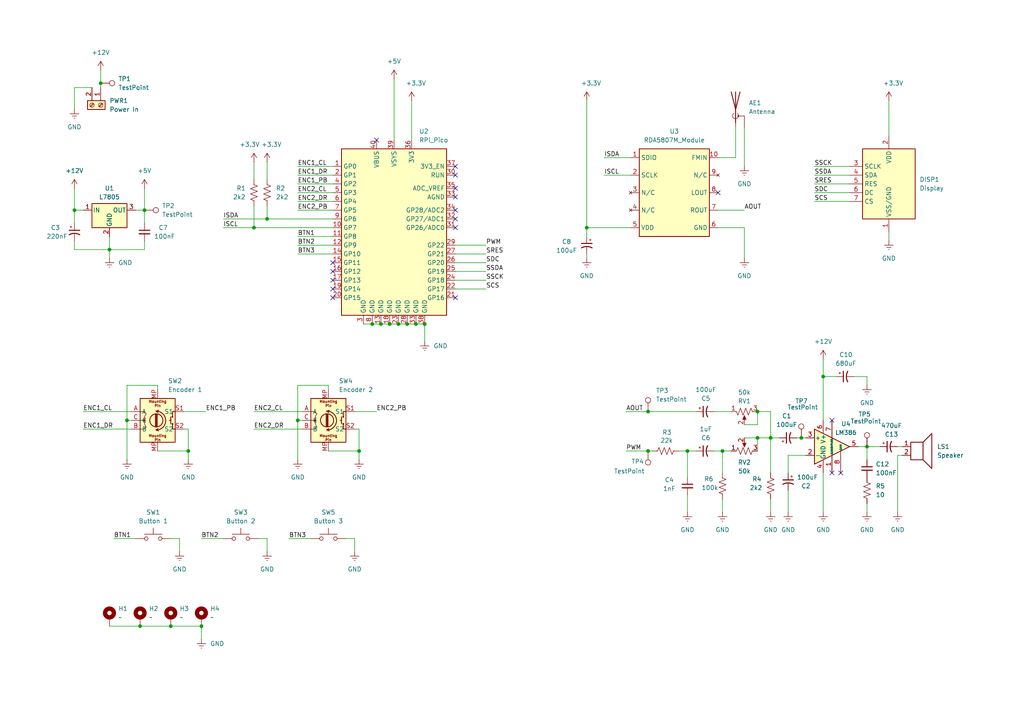
<source format=kicad_sch>
(kicad_sch (version 20231120) (generator "eeschema") (generator_version "8.0")
  (paper "A4")
  (title_block (title "ECE 299 - Alarm Clock Radio") (date "2024-05-21") (rev "2.7") (company "Thomas Cool & Andrew Fischer"))
  (lib_symbols
    (symbol "Amplifier_Audio:LM386" (pin_names (offset 0.127))
      (property "Reference" "U" (at 1.27 7.62 0))
      (property "Value" "LM386" (at 1.27 5.08 0))
      (symbol "LM386_0_1"
        (polyline (pts (xy 5.08 0) (xy -5.08 5.08) (xy -5.08 -5.08) (xy 5.08 0)) (stroke (width 0.254)) (fill (type background)))
      )
      (symbol "LM386_1_1"
        (pin input line (at 0 -7.62 90) (length 5.08) (name "GAIN") (number "1"))
        (pin input line (at -7.62 -2.54 0) (length 2.54) (name "-") (number "2"))
        (pin input line (at -7.62 2.54 0) (length 2.54) (name "+") (number "3"))
        (pin power_in line (at -2.54 -7.62 90) (length 3.81) (name "GND") (number "4"))
        (pin output line (at 7.62 0 180) (length 2.54) (name "~") (number "5"))
        (pin power_in line (at -2.54 7.62 270) (length 3.81) (name "V+") (number "6"))
        (pin input line (at 0 7.62 270) (length 5.08) (name "BYPASS") (number "7"))
        (pin input line (at 2.54 -7.62 90) (length 6.35) (name "GAIN") (number "8"))
      )
    )
    (symbol "Connector:Screw_Terminal_01x02" (pin_names (offset 1.016) hide)
      (property "Reference" "J" (at 0 2.54 0))
      (property "Value" "Screw_Terminal_01x02" (at 0 -5.08 0))
      (symbol "Screw_Terminal_01x02_1_1"
        (rectangle (start -1.27 1.27) (end 1.27 -3.81) (stroke (width 0.254)) (fill (type background)))
        (circle (center 0 -2.54) (radius 0.635) (stroke (width 0.1524)))
        (polyline (pts (xy -0.5334 -2.2098) (xy 0.3302 -3.048)) (stroke (width 0.1524)))
        (polyline (pts (xy -0.5334 0.3302) (xy 0.3302 -0.508)) (stroke (width 0.1524)))
        (polyline (pts (xy -0.3556 -2.032) (xy 0.508 -2.8702)) (stroke (width 0.1524)))
        (polyline (pts (xy -0.3556 0.508) (xy 0.508 -0.3302)) (stroke (width 0.1524)))
        (circle (center 0 0) (radius 0.635) (stroke (width 0.1524)))
        (pin passive line (at -5.08 0 0) (length 3.81) (name "Pin_1") (number "1"))
        (pin passive line (at -5.08 -2.54 0) (length 3.81) (name "Pin_2") (number "2"))
      )
    )
    (symbol "Connector:TestPoint" (pin_numbers hide) (pin_names (offset 0.762) hide)
      (property "Reference" "TP" (at 0 6.858 0))
      (property "Value" "TestPoint" (at 0 5.08 0))
      (symbol "TestPoint_0_1"
        (circle (center 0 3.302) (radius 0.762))
      )
      (symbol "TestPoint_1_1"
        (pin passive line (at 0 0 90) (length 2.54) (name "1") (number "1"))
      )
    )
    (symbol "Device:Antenna_Shield" (pin_numbers hide) (pin_names (offset 1.016) hide)
      (property "Reference" "AE" (at -1.905 4.445 0))
      (property "Value" "Antenna_Shield" (at -1.905 2.54 0))
      (symbol "Antenna_Shield_0_1"
        (arc (start -0.508 -1.143) (mid -0.8429 -2.1194) (end 0 -2.667))
        (arc (start 0 -2.667) (mid 0.7989 -2.1052) (end 0.508 -1.143))
        (polyline (pts (xy 0 -2.54) (xy 0 0)))
        (polyline (pts (xy 0 5.08) (xy 0 -3.81)) (stroke (width 0.254)))
        (polyline (pts (xy 0.762 -1.905) (xy 2.54 -1.905)))
        (polyline (pts (xy 2.54 -2.54) (xy 2.54 -1.905)))
        (polyline (pts (xy 1.27 5.08) (xy 0 0) (xy -1.27 5.08)) (stroke (width 0.254)))
        (circle (center 0.762 -1.905) (radius 0.1778) (fill (type outline)))
      )
      (symbol "Antenna_Shield_1_1"
        (pin input line (at 0 -5.08 90) (length 2.54) (name "A") (number "1"))
        (pin input line (at 2.54 -5.08 90) (length 2.54) (name "Shield") (number "2"))
      )
    )
    (symbol "Device:C_Polarized_Small_US" (pin_numbers hide) (pin_names (offset 0.254) hide)
      (property "Reference" "C" (at 0.254 1.778 0))
      (property "Value" "C_Polarized_Small_US" (at 0.254 -2.032 0))
      (symbol "C_Polarized_Small_US_0_1"
        (polyline (pts (xy -1.524 0.508) (xy 1.524 0.508)) (stroke (width 0.3048)))
        (polyline (pts (xy -1.27 1.524) (xy -0.762 1.524)))
        (polyline (pts (xy -1.016 1.27) (xy -1.016 1.778)))
        (arc (start 1.524 -0.762) (mid 0 -0.3734) (end -1.524 -0.762) (stroke (width 0.3048)))
      )
      (symbol "C_Polarized_Small_US_1_1"
        (pin passive line (at 0 2.54 270) (length 2.032) (name "~") (number "1"))
        (pin passive line (at 0 -2.54 90) (length 2.032) (name "~") (number "2"))
      )
    )
    (symbol "Device:C_Small" (pin_numbers hide) (pin_names (offset 0.254) hide)
      (property "Reference" "C" (at 0.254 1.778 0))
      (property "Value" "C_Small" (at 0.254 -2.032 0))
      (symbol "C_Small_0_1"
        (polyline (pts (xy -1.524 -0.508) (xy 1.524 -0.508)) (stroke (width 0.3302)))
        (polyline (pts (xy -1.524 0.508) (xy 1.524 0.508)) (stroke (width 0.3048)))
      )
      (symbol "C_Small_1_1"
        (pin passive line (at 0 2.54 270) (length 2.032) (name "~") (number "1"))
        (pin passive line (at 0 -2.54 90) (length 2.032) (name "~") (number "2"))
      )
    )
    (symbol "Device:R_Potentiometer_US" (pin_names (offset 1.016) hide)
      (property "Reference" "RV" (at -4.445 0 90))
      (property "Value" "R_Potentiometer_US" (at -2.54 0 90))
      (symbol "R_Potentiometer_US_0_1"
        (polyline (pts (xy 0 -2.286) (xy 0 -2.54)))
        (polyline (pts (xy 0 2.54) (xy 0 2.286)))
        (polyline (pts (xy 2.54 0) (xy 1.524 0)))
        (polyline (pts (xy 1.143 0) (xy 2.286 0.508) (xy 2.286 -0.508) (xy 1.143 0)) (fill (type outline)))
        (polyline (pts (xy 0 -0.762) (xy 1.016 -1.143) (xy 0 -1.524) (xy -1.016 -1.905) (xy 0 -2.286)))
        (polyline (pts (xy 0 0.762) (xy 1.016 0.381) (xy 0 0) (xy -1.016 -0.381) (xy 0 -0.762)))
        (polyline (pts (xy 0 2.286) (xy 1.016 1.905) (xy 0 1.524) (xy -1.016 1.143) (xy 0 0.762)))
      )
      (symbol "R_Potentiometer_US_1_1"
        (pin passive line (at 0 3.81 270) (length 1.27) (name "1") (number "1"))
        (pin passive line (at 3.81 0 180) (length 1.27) (name "2") (number "2"))
        (pin passive line (at 0 -3.81 90) (length 1.27) (name "3") (number "3"))
      )
    )
    (symbol "Device:R_US" (pin_numbers hide) (pin_names (offset 0))
      (property "Reference" "R" (at 2.54 0 90))
      (property "Value" "R_US" (at -2.54 0 90))
      (symbol "R_US_0_1"
        (polyline (pts (xy 0 -2.286) (xy 0 -2.54)))
        (polyline (pts (xy 0 2.286) (xy 0 2.54)))
        (polyline (pts (xy 0 -0.762) (xy 1.016 -1.143) (xy 0 -1.524) (xy -1.016 -1.905) (xy 0 -2.286)))
        (polyline (pts (xy 0 0.762) (xy 1.016 0.381) (xy 0 0) (xy -1.016 -0.381) (xy 0 -0.762)))
        (polyline (pts (xy 0 2.286) (xy 1.016 1.905) (xy 0 1.524) (xy -1.016 1.143) (xy 0 0.762)))
      )
      (symbol "R_US_1_1"
        (pin passive line (at 0 3.81 270) (length 1.27) (name "~") (number "1"))
        (pin passive line (at 0 -3.81 90) (length 1.27) (name "~") (number "2"))
      )
    )
    (symbol "Device:Speaker" (pin_names (offset 0) hide)
      (property "Reference" "LS" (at 1.27 5.715 0))
      (property "Value" "Speaker" (at 1.27 3.81 0))
      (symbol "Speaker_0_0"
        (rectangle (start -2.54 1.27) (end 1.016 -3.81) (stroke (width 0.254)))
        (polyline (pts (xy 1.016 1.27) (xy 3.556 3.81) (xy 3.556 -6.35) (xy 1.016 -3.81)) (stroke (width 0.254)))
      )
      (symbol "Speaker_1_1"
        (pin input line (at -5.08 0 0) (length 2.54) (name "1") (number "1"))
        (pin input line (at -5.08 -2.54 0) (length 2.54) (name "2") (number "2"))
      )
    )
    (symbol "ECE:Bourns PEC11R"
      (property "Reference" "SW?" (at 7.62 7.62 0))
      (property "Value" "Bourns PEC11R" (at 7.62 5.08 0))
      (symbol "Bourns PEC11R_0_0"
        (text "Mounting\nPin" (at -4.8504 0.0079 900) (effects (font (size 0.762 0.762))))
        (text "Mounting\nPin" (at 5.08 0 900) (effects (font (size 0.762 0.762))))
      )
      (symbol "Bourns PEC11R_0_1"
        (rectangle (start -6.35 5.08) (end 6.35 -5.08) (stroke (width 0.254)) (fill (type background)))
        (circle (center -1.016 4.318) (radius 0.127) (stroke (width 0.254)))
        (circle (center 0 -3.81) (radius 0.254) (fill (type outline)))
        (circle (center 0 -0.381) (radius 1.905) (stroke (width 0.254)))
        (polyline (pts (xy -1.778 -0.127) (xy 1.778 -0.127)) (stroke (width 0.254)))
        (polyline (pts (xy -1.016 3.81) (xy 1.016 3.81)) (stroke (width 0.254)))
        (polyline (pts (xy 0 3.81) (xy 0 3.429)) (stroke (width 0.254)))
        (polyline (pts (xy 1.778 -0.635) (xy -1.778 -0.635)) (stroke (width 0.254)))
        (polyline (pts (xy 1.778 -0.381) (xy -1.778 -0.381)) (stroke (width 0.254)))
        (polyline (pts (xy -2.921 0.254) (xy -2.667 -0.508) (xy -2.286 0.127)) (stroke (width 0.254)))
        (polyline (pts (xy -2.54 -5.08) (xy -2.54 -3.81) (xy -2.032 -3.81)))
        (polyline (pts (xy -2.54 5.08) (xy -2.54 4.318) (xy -1.016 4.318)) (stroke (width 0.254)))
        (polyline (pts (xy 2.54 -5.08) (xy 2.54 -3.81) (xy 2.032 -3.81)))
        (polyline (pts (xy 2.54 5.08) (xy 2.54 4.318) (xy 1.016 4.318)) (stroke (width 0.254)))
        (polyline (pts (xy 3.048 0.254) (xy 2.794 -0.508) (xy 2.413 0.127)) (stroke (width 0.254)))
        (polyline (pts (xy 0 -5.08) (xy 0 -3.81) (xy 1.016 -3.81) (xy 2.032 -3.302)))
        (polyline (pts (xy 0 -4.318) (xy 0 -3.81) (xy -1.016 -3.81) (xy -2.032 -3.302)))
        (circle (center 1.016 4.318) (radius 0.127) (stroke (width 0.254)))
        (arc (start 2.794 -0.381) (mid 0.0635 2.3376) (end -2.667 -0.381) (stroke (width 0.254)))
      )
      (symbol "Bourns PEC11R_1_1"
        (pin passive line (at -2.54 -7.62 90) (length 2.54) (name "A") (number "A"))
        (pin passive line (at 2.54 -7.62 90) (length 2.54) (name "B") (number "B"))
        (pin passive line (at 0 -7.62 90) (length 2.54) (name "C") (number "C"))
        (pin passive line (at -8.89 0 0) (length 2.54) (name "") (number "MP"))
        (pin passive line (at 8.89 0 180) (length 2.54) (name "") (number "MP"))
        (pin passive line (at -2.54 7.62 270) (length 2.54) (name "S1") (number "S1"))
        (pin passive line (at 2.54 7.62 270) (length 2.54) (name "S2") (number "S2"))
      )
    )
    (symbol "ECE:OLED Display"
      (property "Reference" "DISP?" (at 8.89 -1.27 0))
      (property "Value" "OLED Display" (at 8.89 1.27 0))
      (symbol "OLED Display_1_1"
        (rectangle (start -7.62 10.16) (end 7.62 -10.16) (stroke (width 0.254)) (fill (type background)))
        (pin power_in line (at 0 -13.97 90) (length 3.81) (name "VSS/GND") (number "1"))
        (pin power_in line (at 0 13.97 270) (length 3.81) (name "VDD") (number "2"))
        (pin input line (at -11.43 5.08 0) (length 3.81) (name "SCLK") (number "3"))
        (pin output line (at -11.43 2.54 0) (length 3.81) (name "SDA") (number "4"))
        (pin input line (at -11.43 0 0) (length 3.81) (name "RES") (number "5"))
        (pin input line (at -11.43 -2.54 0) (length 3.81) (name "DC") (number "6"))
        (pin input line (at -11.43 -5.08 0) (length 3.81) (name "CS") (number "7"))
      )
    )
    (symbol "ECE:RDA5807M_Module"
      (property "Reference" "U" (at -8.89 16.51 0))
      (property "Value" "RDA5807M_Module" (at -8.89 13.97 0))
      (symbol "RDA5807M_Module_0_1"
        (rectangle (start -10.16 12.7) (end 10.16 -12.7) (stroke (width 0.254)) (fill (type background)))
      )
      (symbol "RDA5807M_Module_1_1"
        (pin bidirectional line (at -12.7 10.16 0) (length 2.54) (name "SDIO") (number "1"))
        (pin input line (at 12.7 10.16 180) (length 2.54) (name "FMIN") (number "10"))
        (pin input line (at -12.7 5.08 0) (length 2.54) (name "SCLK") (number "2"))
        (pin no_connect line (at -12.7 0 0) (length 2.54) (name "N/C") (number "3"))
        (pin no_connect line (at -12.7 -5.08 0) (length 2.54) (name "N/C") (number "4"))
        (pin power_in line (at -12.7 -10.16 0) (length 2.54) (name "VDD") (number "5"))
        (pin power_in line (at 12.7 -10.16 180) (length 2.54) (name "GND") (number "6"))
        (pin output line (at 12.7 -5.08 180) (length 2.54) (name "ROUT") (number "7"))
        (pin output line (at 12.7 0 180) (length 2.54) (name "LOUT") (number "8"))
        (pin no_connect line (at 12.7 5.08 180) (length 2.54) (name "N/C") (number "9"))
      )
    )
    (symbol "ECE:RPi_Pico_TH"
      (property "Reference" "U?" (at 0 1.27 0))
      (property "Value" "RPi_Pico_TH" (at 0 -1.27 0))
      (symbol "RPi_Pico_TH_0_1"
        (rectangle (start -15.24 24.13) (end 15.24 -24.13) (stroke (width 0.254)) (fill (type background)))
      )
      (symbol "RPi_Pico_TH_1_1"
        (pin bidirectional line (at -17.78 19.05 0) (length 2.54) (name "GP0") (number "1"))
        (pin bidirectional line (at -17.78 1.27 0) (length 2.54) (name "GP7") (number "10"))
        (pin bidirectional line (at -17.78 -1.27 0) (length 2.54) (name "GP8") (number "11"))
        (pin bidirectional line (at -17.78 -3.81 0) (length 2.54) (name "GP9") (number "12"))
        (pin power_in line (at -3.81 -26.67 90) (length 2.54) (name "GND") (number "13"))
        (pin bidirectional line (at -17.78 -6.35 0) (length 2.54) (name "GP10") (number "14"))
        (pin bidirectional line (at -17.78 -8.89 0) (length 2.54) (name "GP11") (number "15"))
        (pin bidirectional line (at -17.78 -11.43 0) (length 2.54) (name "GP12") (number "16"))
        (pin bidirectional line (at -17.78 -13.97 0) (length 2.54) (name "GP13") (number "17"))
        (pin power_in line (at -1.27 -26.67 90) (length 2.54) (name "GND") (number "18"))
        (pin bidirectional line (at -17.78 -16.51 0) (length 2.54) (name "GP14") (number "19"))
        (pin bidirectional line (at -17.78 16.51 0) (length 2.54) (name "GP1") (number "2"))
        (pin bidirectional line (at -17.78 -19.05 0) (length 2.54) (name "GP15") (number "20"))
        (pin bidirectional line (at 17.78 -19.05 180) (length 2.54) (name "GP16") (number "21"))
        (pin bidirectional line (at 17.78 -16.51 180) (length 2.54) (name "GP17") (number "22"))
        (pin power_in line (at 1.27 -26.67 90) (length 2.54) (name "GND") (number "23"))
        (pin bidirectional line (at 17.78 -13.97 180) (length 2.54) (name "GP18") (number "24"))
        (pin bidirectional line (at 17.78 -11.43 180) (length 2.54) (name "GP19") (number "25"))
        (pin bidirectional line (at 17.78 -8.89 180) (length 2.54) (name "GP20") (number "26"))
        (pin bidirectional line (at 17.78 -6.35 180) (length 2.54) (name "GP21") (number "27"))
        (pin power_in line (at 3.81 -26.67 90) (length 2.54) (name "GND") (number "28"))
        (pin bidirectional line (at 17.78 -3.81 180) (length 2.54) (name "GP22") (number "29"))
        (pin power_in line (at -8.89 -26.67 90) (length 2.54) (name "GND") (number "3"))
        (pin input line (at 17.78 16.51 180) (length 2.54) (name "RUN") (number "30"))
        (pin bidirectional line (at 17.78 1.27 180) (length 2.54) (name "GP26/ADC0") (number "31"))
        (pin bidirectional line (at 17.78 3.81 180) (length 2.54) (name "GP27/ADC1") (number "32"))
        (pin power_in line (at 17.78 10.16 180) (length 2.54) (name "AGND") (number "33"))
        (pin power_in line (at 6.35 -26.67 90) (length 2.54) (name "GND") (number "33"))
        (pin bidirectional line (at 17.78 6.35 180) (length 2.54) (name "GP28/ADC2") (number "34"))
        (pin power_in line (at 17.78 12.7 180) (length 2.54) (name "ADC_VREF") (number "35"))
        (pin power_out line (at 5.08 26.67 270) (length 2.54) (name "3V3") (number "36"))
        (pin input line (at 17.78 19.05 180) (length 2.54) (name "3V3_EN") (number "37"))
        (pin power_in line (at 8.89 -26.67 90) (length 2.54) (name "GND") (number "38"))
        (pin power_out line (at 0 26.67 270) (length 2.54) (name "VSYS") (number "39"))
        (pin bidirectional line (at -17.78 13.97 0) (length 2.54) (name "GP2") (number "4"))
        (pin power_in line (at -5.08 26.67 270) (length 2.54) (name "VBUS") (number "40"))
        (pin bidirectional line (at -17.78 11.43 0) (length 2.54) (name "GP3") (number "5"))
        (pin bidirectional line (at -17.78 8.89 0) (length 2.54) (name "GP4") (number "6"))
        (pin bidirectional line (at -17.78 6.35 0) (length 2.54) (name "GP5") (number "7"))
        (pin power_in line (at -6.35 -26.67 90) (length 2.54) (name "GND") (number "8"))
        (pin bidirectional line (at -17.78 3.81 0) (length 2.54) (name "GP6") (number "9"))
      )
    )
    (symbol "Mechanical:MountingHole_Pad" (pin_numbers hide) (pin_names (offset 1.016) hide) (exclude_from_sim yes) (in_bom no)
      (property "Reference" "H" (at 0 6.35 0))
      (property "Value" "MountingHole_Pad" (at 0 4.445 0))
      (symbol "MountingHole_Pad_0_1"
        (circle (center 0 1.27) (radius 1.27) (stroke (width 1.27)))
      )
      (symbol "MountingHole_Pad_1_1"
        (pin input line (at 0 -2.54 90) (length 2.54) (name "1") (number "1"))
      )
    )
    (symbol "Regulator_Linear:L7805" (pin_names (offset 0.254))
      (property "Reference" "U" (at -3.81 3.175 0))
      (property "Value" "L7805" (at 0 3.175 0))
      (symbol "L7805_0_1"
        (rectangle (start -5.08 1.905) (end 5.08 -5.08) (stroke (width 0.254)) (fill (type background)))
      )
      (symbol "L7805_1_1"
        (pin power_in line (at -7.62 0 0) (length 2.54) (name "IN") (number "1"))
        (pin power_in line (at 0 -7.62 90) (length 2.54) (name "GND") (number "2"))
        (pin power_out line (at 7.62 0 180) (length 2.54) (name "OUT") (number "3"))
      )
    )
    (symbol "Switch:SW_Push" (pin_numbers hide) (pin_names (offset 1.016) hide)
      (property "Reference" "SW" (at 1.27 2.54 0))
      (property "Value" "SW_Push" (at 0 -1.524 0))
      (symbol "SW_Push_0_1"
        (circle (center -2.032 0) (radius 0.508))
        (polyline (pts (xy 0 1.27) (xy 0 3.048)))
        (polyline (pts (xy 2.54 1.27) (xy -2.54 1.27)))
        (circle (center 2.032 0) (radius 0.508))
        (pin passive line (at -5.08 0 0) (length 2.54) (name "1") (number "1"))
        (pin passive line (at 5.08 0 180) (length 2.54) (name "2") (number "2"))
      )
    )
    (symbol "power:+12V" (power) (pin_numbers hide) (pin_names (offset 0) hide)
      (property "Value" "+12V" (at 0 3.556 0))
      (symbol "+12V_0_1"
        (polyline (pts (xy -0.762 1.27) (xy 0 2.54)))
        (polyline (pts (xy 0 0) (xy 0 2.54)))
        (polyline (pts (xy 0 2.54) (xy 0.762 1.27)))
      )
      (symbol "+12V_1_1"
        (pin power_in line (at 0 0 90) (length 0) (name "~") (number "1"))
      )
    )
    (symbol "power:+3.3V" (power) (pin_numbers hide) (pin_names (offset 0) hide)
      (property "Value" "+3.3V" (at 0 3.556 0))
      (symbol "+3.3V_0_1"
        (polyline (pts (xy -0.762 1.27) (xy 0 2.54)))
        (polyline (pts (xy 0 0) (xy 0 2.54)))
        (polyline (pts (xy 0 2.54) (xy 0.762 1.27)))
      )
      (symbol "+3.3V_1_1"
        (pin power_in line (at 0 0 90) (length 0) (name "~") (number "1"))
      )
    )
    (symbol "power:+5V" (power) (pin_numbers hide) (pin_names (offset 0) hide)
      (property "Value" "+5V" (at 0 3.556 0))
      (symbol "+5V_0_1"
        (polyline (pts (xy -0.762 1.27) (xy 0 2.54)))
        (polyline (pts (xy 0 0) (xy 0 2.54)))
        (polyline (pts (xy 0 2.54) (xy 0.762 1.27)))
      )
      (symbol "+5V_1_1"
        (pin power_in line (at 0 0 90) (length 0) (name "~") (number "1"))
      )
    )
    (symbol "power:Earth" (power) (pin_numbers hide) (pin_names (offset 0) hide)
      (property "Value" "Earth" (at 0 -3.81 0))
      (symbol "Earth_0_1"
        (polyline (pts (xy -0.635 -1.905) (xy 0.635 -1.905)))
        (polyline (pts (xy -0.127 -2.54) (xy 0.127 -2.54)))
        (polyline (pts (xy 0 -1.27) (xy 0 0)))
        (polyline (pts (xy 1.27 -1.27) (xy -1.27 -1.27)))
      )
      (symbol "Earth_1_1"
        (pin power_in line (at 0 0 270) (length 0) (name "~") (number "1"))
      )
    )
  )
  (junction (at 31.75 72.39))
  (junction (at 54.61 130.81))
  (junction (at 187.96 130.81))
  (junction (at 86.36 121.92))
  (junction (at 36.83 121.92))
  (junction (at 49.53 181.61))
  (junction (at 209.55 130.81))
  (junction (at 113.03 93.98))
  (junction (at 123.19 93.98))
  (junction (at 107.95 93.98))
  (junction (at 73.66 66.04))
  (junction (at 115.57 93.98))
  (junction (at 223.52 127))
  (junction (at 251.46 129.54))
  (junction (at 199.39 130.81))
  (junction (at 118.11 93.98))
  (junction (at 187.96 119.38))
  (junction (at 219.71 127))
  (junction (at 104.14 130.81))
  (junction (at 238.76 109.22))
  (junction (at 170.18 66.04))
  (junction (at 110.49 93.98))
  (junction (at 41.91 60.96))
  (junction (at 219.71 119.38))
  (junction (at 77.47 63.5))
  (junction (at 58.42 181.61))
  (junction (at 21.59 60.96))
  (junction (at 120.65 93.98))
  (junction (at 40.64 181.61))
  (junction (at 29.21 24.13))
  (junction (at 232.41 127))
  (no_connect (at 132.08 86.36))
  (no_connect (at 241.3 121.92))
  (no_connect (at 96.52 86.36))
  (no_connect (at 96.52 81.28))
  (no_connect (at 243.84 137.16))
  (no_connect (at 96.52 83.82))
  (no_connect (at 132.08 60.96))
  (no_connect (at 208.28 55.88))
  (no_connect (at 132.08 57.15))
  (no_connect (at 109.22 40.64))
  (no_connect (at 96.52 76.2))
  (no_connect (at 96.52 78.74))
  (no_connect (at 241.3 137.16))
  (no_connect (at 132.08 50.8))
  (no_connect (at 132.08 63.5))
  (no_connect (at 132.08 54.61))
  (no_connect (at 132.08 48.26))
  (no_connect (at 132.08 66.04))
  (wire (pts (xy 199.39 130.81) (xy 199.39 138.43)))
  (wire (pts (xy 86.36 121.92) (xy 87.63 121.92)))
  (wire (pts (xy 86.36 133.35) (xy 86.36 121.92)))
  (wire (pts (xy 231.14 127) (xy 232.41 127)))
  (wire (pts (xy 36.83 133.35) (xy 36.83 121.92)))
  (wire (pts (xy 104.14 130.81) (xy 95.25 130.81)))
  (wire (pts (xy 233.68 132.08) (xy 228.6 132.08)))
  (wire (pts (xy 251.46 109.22) (xy 251.46 111.76)))
  (wire (pts (xy 119.38 29.21) (xy 119.38 40.64)))
  (wire (pts (xy 31.75 181.61) (xy 40.64 181.61)))
  (wire (pts (xy 209.55 130.81) (xy 209.55 137.16)))
  (wire (pts (xy 260.35 132.08) (xy 260.35 148.59)))
  (wire (pts (xy 41.91 69.85) (xy 41.91 72.39)))
  (wire (pts (xy 208.28 60.96) (xy 215.9 60.96)))
  (wire (pts (xy 260.35 132.08) (xy 261.62 132.08)))
  (wire (pts (xy 53.34 124.46) (xy 54.61 124.46)))
  (wire (pts (xy 21.59 60.96) (xy 21.59 54.61)))
  (wire (pts (xy 175.26 50.8) (xy 182.88 50.8)))
  (wire (pts (xy 236.22 53.34) (xy 246.38 53.34)))
  (wire (pts (xy 247.65 109.22) (xy 251.46 109.22)))
  (wire (pts (xy 21.59 60.96) (xy 21.59 64.77)))
  (wire (pts (xy 187.96 119.38) (xy 201.93 119.38)))
  (wire (pts (xy 257.81 29.21) (xy 257.81 39.37)))
  (wire (pts (xy 228.6 142.24) (xy 228.6 148.59)))
  (wire (pts (xy 24.13 119.38) (xy 38.1 119.38)))
  (wire (pts (xy 95.25 111.76) (xy 95.25 113.03)))
  (wire (pts (xy 199.39 130.81) (xy 201.93 130.81)))
  (wire (pts (xy 41.91 54.61) (xy 41.91 60.96)))
  (wire (pts (xy 36.83 121.92) (xy 36.83 111.76)))
  (wire (pts (xy 86.36 73.66) (xy 96.52 73.66)))
  (wire (pts (xy 209.55 144.78) (xy 209.55 148.59)))
  (wire (pts (xy 102.87 119.38) (xy 109.22 119.38)))
  (wire (pts (xy 114.3 22.86) (xy 114.3 40.64)))
  (wire (pts (xy 208.28 66.04) (xy 215.9 66.04)))
  (wire (pts (xy 102.87 156.21) (xy 102.87 160.02)))
  (wire (pts (xy 181.61 119.38) (xy 187.96 119.38)))
  (wire (pts (xy 31.75 68.58) (xy 31.75 72.39)))
  (wire (pts (xy 199.39 143.51) (xy 199.39 148.59)))
  (wire (pts (xy 45.72 111.76) (xy 45.72 113.03)))
  (wire (pts (xy 209.55 130.81) (xy 212.09 130.81)))
  (wire (pts (xy 52.07 156.21) (xy 52.07 160.02)))
  (wire (pts (xy 208.28 45.72) (xy 213.36 45.72)))
  (wire (pts (xy 41.91 72.39) (xy 31.75 72.39)))
  (wire (pts (xy 86.36 71.12) (xy 96.52 71.12)))
  (wire (pts (xy 238.76 137.16) (xy 238.76 148.59)))
  (wire (pts (xy 228.6 132.08) (xy 228.6 137.16)))
  (wire (pts (xy 236.22 50.8) (xy 246.38 50.8)))
  (wire (pts (xy 170.18 66.04) (xy 182.88 66.04)))
  (wire (pts (xy 170.18 29.21) (xy 170.18 66.04)))
  (wire (pts (xy 86.36 55.88) (xy 96.52 55.88)))
  (wire (pts (xy 223.52 127) (xy 223.52 137.16)))
  (wire (pts (xy 21.59 72.39) (xy 31.75 72.39)))
  (wire (pts (xy 102.87 124.46) (xy 104.14 124.46)))
  (wire (pts (xy 86.36 111.76) (xy 95.25 111.76)))
  (wire (pts (xy 24.13 124.46) (xy 38.1 124.46)))
  (wire (pts (xy 123.19 93.98) (xy 123.19 99.06)))
  (wire (pts (xy 74.93 156.21) (xy 77.47 156.21)))
  (wire (pts (xy 132.08 76.2) (xy 140.97 76.2)))
  (wire (pts (xy 58.42 156.21) (xy 64.77 156.21)))
  (wire (pts (xy 236.22 55.88) (xy 246.38 55.88)))
  (wire (pts (xy 21.59 31.75) (xy 21.59 25.4)))
  (wire (pts (xy 21.59 25.4) (xy 26.67 25.4)))
  (wire (pts (xy 29.21 24.13) (xy 29.21 25.4)))
  (wire (pts (xy 77.47 63.5) (xy 64.77 63.5)))
  (wire (pts (xy 219.71 127) (xy 223.52 127)))
  (wire (pts (xy 223.52 144.78) (xy 223.52 148.59)))
  (wire (pts (xy 49.53 181.61) (xy 58.42 181.61)))
  (wire (pts (xy 132.08 81.28) (xy 140.97 81.28)))
  (wire (pts (xy 54.61 124.46) (xy 54.61 130.81)))
  (wire (pts (xy 238.76 109.22) (xy 242.57 109.22)))
  (wire (pts (xy 232.41 127) (xy 233.68 127)))
  (wire (pts (xy 53.34 119.38) (xy 59.69 119.38)))
  (wire (pts (xy 83.82 156.21) (xy 90.17 156.21)))
  (wire (pts (xy 86.36 58.42) (xy 96.52 58.42)))
  (wire (pts (xy 170.18 73.66) (xy 170.18 74.93)))
  (wire (pts (xy 73.66 46.99) (xy 73.66 52.07)))
  (wire (pts (xy 175.26 45.72) (xy 182.88 45.72)))
  (wire (pts (xy 115.57 93.98) (xy 113.03 93.98)))
  (wire (pts (xy 31.75 72.39) (xy 31.75 74.93)))
  (wire (pts (xy 49.53 156.21) (xy 52.07 156.21)))
  (wire (pts (xy 58.42 181.61) (xy 58.42 185.42)))
  (wire (pts (xy 120.65 93.98) (xy 123.19 93.98)))
  (wire (pts (xy 115.57 93.98) (xy 118.11 93.98)))
  (wire (pts (xy 181.61 130.81) (xy 187.96 130.81)))
  (wire (pts (xy 219.71 119.38) (xy 223.52 119.38)))
  (wire (pts (xy 223.52 119.38) (xy 223.52 127)))
  (wire (pts (xy 54.61 130.81) (xy 45.72 130.81)))
  (wire (pts (xy 236.22 58.42) (xy 246.38 58.42)))
  (wire (pts (xy 86.36 68.58) (xy 96.52 68.58)))
  (wire (pts (xy 196.85 130.81) (xy 199.39 130.81)))
  (wire (pts (xy 107.95 93.98) (xy 110.49 93.98)))
  (wire (pts (xy 219.71 123.19) (xy 219.71 119.38)))
  (wire (pts (xy 36.83 121.92) (xy 38.1 121.92)))
  (wire (pts (xy 77.47 156.21) (xy 77.47 160.02)))
  (wire (pts (xy 73.66 66.04) (xy 96.52 66.04)))
  (wire (pts (xy 213.36 45.72) (xy 213.36 36.83)))
  (wire (pts (xy 73.66 59.69) (xy 73.66 66.04)))
  (wire (pts (xy 238.76 104.14) (xy 238.76 109.22)))
  (wire (pts (xy 207.01 119.38) (xy 212.09 119.38)))
  (wire (pts (xy 41.91 60.96) (xy 41.91 64.77)))
  (wire (pts (xy 77.47 46.99) (xy 77.47 52.07)))
  (wire (pts (xy 132.08 83.82) (xy 140.97 83.82)))
  (wire (pts (xy 215.9 66.04) (xy 215.9 74.93)))
  (wire (pts (xy 251.46 129.54) (xy 255.27 129.54)))
  (wire (pts (xy 251.46 146.05) (xy 251.46 148.59)))
  (wire (pts (xy 238.76 109.22) (xy 238.76 121.92)))
  (wire (pts (xy 86.36 121.92) (xy 86.36 111.76)))
  (wire (pts (xy 100.33 156.21) (xy 102.87 156.21)))
  (wire (pts (xy 215.9 36.83) (xy 215.9 48.26)))
  (wire (pts (xy 132.08 73.66) (xy 140.97 73.66)))
  (wire (pts (xy 104.14 124.46) (xy 104.14 130.81)))
  (wire (pts (xy 73.66 119.38) (xy 87.63 119.38)))
  (wire (pts (xy 33.02 156.21) (xy 39.37 156.21)))
  (wire (pts (xy 77.47 59.69) (xy 77.47 63.5)))
  (wire (pts (xy 248.92 129.54) (xy 251.46 129.54)))
  (wire (pts (xy 86.36 60.96) (xy 96.52 60.96)))
  (wire (pts (xy 41.91 60.96) (xy 39.37 60.96)))
  (wire (pts (xy 118.11 93.98) (xy 120.65 93.98)))
  (wire (pts (xy 86.36 53.34) (xy 96.52 53.34)))
  (wire (pts (xy 132.08 78.74) (xy 140.97 78.74)))
  (wire (pts (xy 40.64 181.61) (xy 49.53 181.61)))
  (wire (pts (xy 219.71 127) (xy 219.71 130.81)))
  (wire (pts (xy 73.66 66.04) (xy 64.77 66.04)))
  (wire (pts (xy 207.01 130.81) (xy 209.55 130.81)))
  (wire (pts (xy 257.81 67.31) (xy 257.81 69.85)))
  (wire (pts (xy 236.22 48.26) (xy 246.38 48.26)))
  (wire (pts (xy 215.9 127) (xy 219.71 127)))
  (wire (pts (xy 73.66 124.46) (xy 87.63 124.46)))
  (wire (pts (xy 86.36 50.8) (xy 96.52 50.8)))
  (wire (pts (xy 104.14 130.81) (xy 104.14 133.35)))
  (wire (pts (xy 21.59 72.39) (xy 21.59 69.85)))
  (wire (pts (xy 54.61 130.81) (xy 54.61 133.35)))
  (wire (pts (xy 251.46 129.54) (xy 251.46 133.35)))
  (wire (pts (xy 170.18 68.58) (xy 170.18 66.04)))
  (wire (pts (xy 29.21 20.32) (xy 29.21 24.13)))
  (wire (pts (xy 105.41 93.98) (xy 107.95 93.98)))
  (wire (pts (xy 187.96 130.81) (xy 189.23 130.81)))
  (wire (pts (xy 260.35 129.54) (xy 261.62 129.54)))
  (wire (pts (xy 24.13 60.96) (xy 21.59 60.96)))
  (wire (pts (xy 86.36 48.26) (xy 96.52 48.26)))
  (wire (pts (xy 77.47 63.5) (xy 96.52 63.5)))
  (wire (pts (xy 36.83 111.76) (xy 45.72 111.76)))
  (wire (pts (xy 110.49 93.98) (xy 113.03 93.98)))
  (wire (pts (xy 223.52 127) (xy 226.06 127)))
  (wire (pts (xy 215.9 123.19) (xy 219.71 123.19)))
  (wire (pts (xy 132.08 71.12) (xy 140.97 71.12)))
  (label "ENC1_PB" (at 59.69 119.38 0))
  (label "ENC1_PB" (at 86.36 53.34 0))
  (label "PWM" (at 181.61 130.81 0))
  (label "ENC2_PB" (at 86.36 60.96 0))
  (label "SSCK" (at 140.97 81.28 0))
  (label "SCS" (at 140.97 83.82 0))
  (label "ENC1_DR" (at 86.36 50.8 0))
  (label "ENC1_CL" (at 86.36 48.26 0))
  (label "ENC1_DR" (at 24.13 124.46 0))
  (label "ISCL" (at 64.77 66.04 0))
  (label "BTN1" (at 86.36 68.58 0))
  (label "ENC1_CL" (at 24.13 119.38 0))
  (label "SDC" (at 236.22 55.88 0))
  (label "BTN2" (at 86.36 71.12 0))
  (label "ENC2_DR" (at 73.66 124.46 0))
  (label "AOUT" (at 215.9 60.96 0))
  (label "ENC2_CL" (at 73.66 119.38 0))
  (label "SRES" (at 140.97 73.66 0))
  (label "BTN1" (at 33.02 156.21 0))
  (label "ENC2_PB" (at 109.22 119.38 0))
  (label "SDC" (at 140.97 76.2 0))
  (label "ISDA" (at 175.26 45.72 0))
  (label "ISDA" (at 64.77 63.5 0))
  (label "BTN3" (at 83.82 156.21 0))
  (label "SSCK" (at 236.22 48.26 0))
  (label "ENC2_CL" (at 86.36 55.88 0))
  (label "ISCL" (at 175.26 50.8 0))
  (label "ENC2_DR" (at 86.36 58.42 0))
  (label "BTN3" (at 86.36 73.66 0))
  (label "SCS" (at 236.22 58.42 0))
  (label "AOUT" (at 181.61 119.38 0))
  (label "SSDA" (at 140.97 78.74 0))
  (label "SRES" (at 236.22 53.34 0))
  (label "BTN2" (at 58.42 156.21 0))
  (label "PWM" (at 140.97 71.12 0))
  (label "SSDA" (at 236.22 50.8 0))
  (symbol (lib_id "power:Earth") (at 215.9 48.26 0) (unit 1)
    (property "Reference" "#PWR023" (effects (hide yes)))
    (property "Value" "GND" (at 215.9 53.34 0))
    (property "Description" "Power symbol creates a global label with name \"Earth\"" (effects (hide yes)))
  )
  (symbol (lib_id "Device:C_Polarized_Small_US") (at 228.6 127 90) (unit 1)
    (property "Reference" "C1" (at 228.1682 120.65 90))
    (property "Value" "100uF" (at 228.1682 123.19 90))
    (property "Footprint" "Capacitor_THT:CP_Radial_D5.0mm_P2.00mm" (effects (hide yes)))
    (property "Description" "Polarized capacitor, small US symbol" (effects (hide yes)))
  )
  (symbol (lib_id "power:Earth") (at 215.9 74.93 0) (unit 1)
    (property "Reference" "#PWR024" (effects (hide yes)))
    (property "Value" "GND" (at 215.9 80.01 0))
    (property "Description" "Power symbol creates a global label with name \"Earth\"" (effects (hide yes)))
  )
  (symbol (lib_id "ECE:OLED Display") (at 257.81 53.34 0) (unit 1)
    (property "Reference" "DISP1" (at 266.7 52.0699 0) (effects (justify left)))
    (property "Value" "Display" (at 266.7 54.6099 0) (effects (justify left)))
    (property "Footprint" "TerminalBlock_Phoenix:TerminalBlock_Phoenix_MKDS-1,5-7_1x07_P5.00mm_Horizontal" (effects (hide yes)))
  )
  (symbol (lib_id "Device:R_US") (at 251.46 142.24 0) (unit 1)
    (property "Reference" "R5" (at 254 140.9699 0) (effects (justify left)))
    (property "Value" "10" (at 254 143.5099 0) (effects (justify left)))
    (property "Footprint" "Resistor_THT:R_Axial_DIN0207_L6.3mm_D2.5mm_P10.16mm_Horizontal" (effects (hide yes)))
    (property "Description" "Resistor, US symbol" (effects (hide yes)))
  )
  (symbol (lib_id "power:Earth") (at 86.36 133.35 0) (unit 1)
    (property "Reference" "#PWR011" (effects (hide yes)))
    (property "Value" "GND" (at 86.36 138.43 0))
    (property "Description" "Power symbol creates a global label with name \"Earth\"" (effects (hide yes)))
  )
  (symbol (lib_id "Device:C_Polarized_Small_US") (at 204.47 119.38 90) (mirror x) (unit 1)
    (property "Reference" "C5" (at 204.724 115.57 90))
    (property "Value" "100uF" (at 204.724 113.03 90))
    (property "Footprint" "Capacitor_THT:CP_Radial_D5.0mm_P2.00mm" (effects (hide yes)))
    (property "Description" "Polarized capacitor, small US symbol" (effects (hide yes)))
  )
  (symbol (lib_id "Device:R_US") (at 223.52 140.97 0) (unit 1)
    (property "Reference" "R4" (at 218.186 138.938 0) (effects (justify left)))
    (property "Value" "2k2" (at 217.424 141.478 0) (effects (justify left)))
    (property "Footprint" "Resistor_THT:R_Axial_DIN0207_L6.3mm_D2.5mm_P10.16mm_Horizontal" (effects (hide yes)))
    (property "Description" "Resistor, US symbol" (effects (hide yes)))
  )
  (symbol (lib_id "Device:R_Potentiometer_US") (at 215.9 130.81 90) (unit 1)
    (property "Reference" "RV2" (at 215.9 134.112 90))
    (property "Value" "50k" (at 215.9 136.652 90))
    (property "Footprint" "ECE:Bourns_PTV09_Horiz" (effects (hide yes)))
    (property "Description" "Potentiometer, US symbol" (effects (hide yes)))
  )
  (symbol (lib_id "Switch:SW_Push") (at 95.25 156.21 0) (unit 1)
    (property "Reference" "SW5" (at 95.25 148.59 0))
    (property "Value" "Button 3" (at 95.25 151.13 0))
    (property "Footprint" "TerminalBlock_Phoenix:TerminalBlock_Phoenix_MKDS-1,5-2_1x02_P5.00mm_Horizontal" (effects (hide yes)))
    (property "Description" "Push button switch, generic, two pins" (effects (hide yes)))
  )
  (symbol (lib_id "Device:R_US") (at 193.04 130.81 270) (unit 1)
    (property "Reference" "R3" (at 192.0875 125.4125 90) (effects (justify left)))
    (property "Value" "22k" (at 191.516 127.762 90) (effects (justify left)))
    (property "Footprint" "Resistor_THT:R_Axial_DIN0207_L6.3mm_D2.5mm_P10.16mm_Horizontal" (effects (hide yes)))
    (property "Description" "Resistor, US symbol" (effects (hide yes)))
  )
  (symbol (lib_id "Connector:Screw_Terminal_01x02") (at 29.21 30.48 270) (unit 1)
    (property "Reference" "PWR1" (at 31.75 29.2099 90) (effects (justify left)))
    (property "Value" "Power In" (at 31.75 31.7499 90) (effects (justify left)))
    (property "Footprint" "TerminalBlock_Phoenix:TerminalBlock_Phoenix_MKDS-1,5-2_1x02_P5.00mm_Horizontal" (effects (hide yes)))
    (property "Description" "Generic screw terminal, single row, 01x02, script generated (kicad-library-utils/schlib/autogen/connector/)" (effects (hide yes)))
  )
  (symbol (lib_id "Mechanical:MountingHole_Pad") (at 58.42 179.07 0) (unit 1) (exclude_from_sim yes) (in_bom no)
    (property "Reference" "H4" (at 60.96 176.5299 0) (effects (justify left)))
    (property "Value" "~" (at 60.96 179.0699 0) (effects (justify left)))
    (property "Footprint" "MountingHole:MountingHole_3.2mm_M3_Pad" (effects (hide yes)))
    (property "Description" "Mounting Hole with connection" (effects (hide yes)))
  )
  (symbol (lib_id "Regulator_Linear:L7805") (at 31.75 60.96 0) (unit 1)
    (property "Reference" "U1" (at 31.75 54.61 0))
    (property "Value" "L7805" (at 31.75 57.15 0))
    (property "Footprint" "Package_TO_SOT_THT:TO-220-3_Vertical" (effects (hide yes)))
    (property "Datasheet" "http://www.st.com/content/ccc/resource/technical/document/datasheet/41/4f/b3/b0/12/d4/47/88/CD00000444.pdf/files/CD00000444.pdf/jcr:content/translations/en.CD00000444.pdf" (effects (hide yes)))
    (property "Description" "Positive 1.5A 35V Linear Regulator, Fixed Output 5V, TO-220/TO-263/TO-252" (effects (hide yes)))
  )
  (symbol (lib_id "Device:R_US") (at 209.55 140.97 0) (unit 1)
    (property "Reference" "R6" (at 204.216 138.938 0) (effects (justify left)))
    (property "Value" "100k" (at 203.454 141.478 0) (effects (justify left)))
    (property "Footprint" "Resistor_THT:R_Axial_DIN0207_L6.3mm_D2.5mm_P10.16mm_Horizontal" (effects (hide yes)))
    (property "Description" "Resistor, US symbol" (effects (hide yes)))
  )
  (symbol (lib_id "power:+3.3V") (at 257.81 29.21 0) (unit 1)
    (property "Reference" "#PWR032" (effects (hide yes)))
    (property "Value" "+3.3V" (at 259.08 24.13 0))
    (property "Description" "Power symbol creates a global label with name \"+3.3V\"" (effects (hide yes)))
  )
  (symbol (lib_id "Device:Antenna_Shield") (at 213.36 31.75 0) (unit 1)
    (property "Reference" "AE1" (at 217.17 29.8449 0) (effects (justify left)))
    (property "Value" "Antenna" (at 217.17 32.3849 0) (effects (justify left)))
    (property "Footprint" "TerminalBlock_Phoenix:TerminalBlock_Phoenix_MKDS-1,5-2_1x02_P5.00mm_Horizontal" (effects (hide yes)))
    (property "Description" "Antenna with extra pin for shielding" (effects (hide yes)))
  )
  (symbol (lib_id "Mechanical:MountingHole_Pad") (at 31.75 179.07 0) (unit 1) (exclude_from_sim yes) (in_bom no)
    (property "Reference" "H1" (at 34.29 176.5299 0) (effects (justify left)))
    (property "Value" "~" (at 34.29 179.0699 0) (effects (justify left)))
    (property "Footprint" "MountingHole:MountingHole_3.2mm_M3_Pad" (effects (hide yes)))
    (property "Description" "Mounting Hole with connection" (effects (hide yes)))
  )
  (symbol (lib_id "power:Earth") (at 21.59 31.75 0) (unit 1)
    (property "Reference" "#PWR01" (effects (hide yes)))
    (property "Value" "GND" (at 21.59 36.83 0))
    (property "Description" "Power symbol creates a global label with name \"Earth\"" (effects (hide yes)))
  )
  (symbol (lib_id "power:Earth") (at 170.18 74.93 0) (unit 1)
    (property "Reference" "#PWR030" (effects (hide yes)))
    (property "Value" "GND" (at 170.18 80.01 0))
    (property "Description" "Power symbol creates a global label with name \"Earth\"" (effects (hide yes)))
  )
  (symbol (lib_id "power:+12V") (at 29.21 20.32 0) (unit 1)
    (property "Reference" "#PWR03" (effects (hide yes)))
    (property "Value" "+12V" (at 29.21 15.24 0))
    (property "Description" "Power symbol creates a global label with name \"+12V\"" (effects (hide yes)))
  )
  (symbol (lib_id "power:Earth") (at 228.6 148.59 0) (unit 1)
    (property "Reference" "#PWR026" (effects (hide yes)))
    (property "Value" "GND" (at 228.6 153.67 0))
    (property "Description" "Power symbol creates a global label with name \"Earth\"" (effects (hide yes)))
  )
  (symbol (lib_id "power:Earth") (at 77.47 160.02 0) (unit 1)
    (property "Reference" "#PWR010" (effects (hide yes)))
    (property "Value" "GND" (at 77.47 165.1 0))
    (property "Description" "Power symbol creates a global label with name \"Earth\"" (effects (hide yes)))
  )
  (symbol (lib_id "Switch:SW_Push") (at 69.85 156.21 0) (unit 1)
    (property "Reference" "SW3" (at 69.85 148.59 0))
    (property "Value" "Button 2" (at 69.85 151.13 0))
    (property "Footprint" "TerminalBlock_Phoenix:TerminalBlock_Phoenix_MKDS-1,5-2_1x02_P5.00mm_Horizontal" (effects (hide yes)))
    (property "Description" "Push button switch, generic, two pins" (effects (hide yes)))
  )
  (symbol (lib_id "Connector:TestPoint") (at 232.41 127 0) (unit 1)
    (property "Reference" "TP7" (at 230.632 116.332 0) (effects (justify left)))
    (property "Value" "TestPoint" (at 228.346 118.11 0) (effects (justify left)))
    (property "Footprint" "Connector_PinHeader_2.54mm:PinHeader_1x01_P2.54mm_Vertical" (effects (hide yes)))
    (property "Description" "test point" (effects (hide yes)))
  )
  (symbol (lib_id "power:Earth") (at 257.81 69.85 0) (unit 1)
    (property "Reference" "#PWR033" (effects (hide yes)))
    (property "Value" "GND" (at 257.81 74.93 0))
    (property "Description" "Power symbol creates a global label with name \"Earth\"" (effects (hide yes)))
  )
  (symbol (lib_id "power:Earth") (at 102.87 160.02 0) (unit 1)
    (property "Reference" "#PWR012" (effects (hide yes)))
    (property "Value" "GND" (at 102.87 165.1 0))
    (property "Description" "Power symbol creates a global label with name \"Earth\"" (effects (hide yes)))
  )
  (symbol (lib_id "Mechanical:MountingHole_Pad") (at 49.53 179.07 0) (unit 1) (exclude_from_sim yes) (in_bom no)
    (property "Reference" "H3" (at 52.07 176.5299 0) (effects (justify left)))
    (property "Value" "~" (at 52.07 179.0699 0) (effects (justify left)))
    (property "Footprint" "MountingHole:MountingHole_3.2mm_M3_Pad" (effects (hide yes)))
    (property "Description" "Mounting Hole with connection" (effects (hide yes)))
  )
  (symbol (lib_id "Device:C_Small") (at 251.46 135.89 0) (unit 1)
    (property "Reference" "C12" (at 254 134.6262 0) (effects (justify left)))
    (property "Value" "100nF" (at 254 137.1662 0) (effects (justify left)))
    (property "Footprint" "Capacitor_THT:C_Disc_D3.0mm_W2.0mm_P2.50mm" (effects (hide yes)))
    (property "Description" "Unpolarized capacitor, small symbol" (effects (hide yes)))
  )
  (symbol (lib_id "Device:C_Polarized_Small_US") (at 21.59 67.31 0) (unit 1)
    (property "Reference" "C3" (at 14.732 66.04 0) (effects (justify left)))
    (property "Value" "220nF" (at 13.462 68.58 0) (effects (justify left)))
    (property "Footprint" "Capacitor_THT:CP_Radial_D5.0mm_P2.00mm" (effects (hide yes)))
    (property "Description" "Polarized capacitor, small US symbol" (effects (hide yes)))
  )
  (symbol (lib_id "Device:C_Polarized_Small_US") (at 245.11 109.22 90) (mirror x) (unit 1)
    (property "Reference" "C10" (at 245.364 102.87 90))
    (property "Value" "680uF" (at 245.364 105.41 90))
    (property "Footprint" "Capacitor_THT:CP_Radial_D8.0mm_P3.50mm" (effects (hide yes)))
    (property "Description" "Polarized capacitor, small US symbol" (effects (hide yes)))
  )
  (symbol (lib_id "power:Earth") (at 251.46 148.59 0) (unit 1)
    (property "Reference" "#PWR031" (effects (hide yes)))
    (property "Value" "GND" (at 251.46 153.67 0))
    (property "Description" "Power symbol creates a global label with name \"Earth\"" (effects (hide yes)))
  )
  (symbol (lib_id "Mechanical:MountingHole_Pad") (at 40.64 179.07 0) (unit 1) (exclude_from_sim yes) (in_bom no)
    (property "Reference" "H2" (at 43.18 176.5299 0) (effects (justify left)))
    (property "Value" "~" (at 43.18 179.0699 0) (effects (justify left)))
    (property "Footprint" "MountingHole:MountingHole_3.2mm_M3_Pad" (effects (hide yes)))
    (property "Description" "Mounting Hole with connection" (effects (hide yes)))
  )
  (symbol (lib_id "Connector:TestPoint") (at 187.96 130.81 180) (unit 1)
    (property "Reference" "TP4" (at 183.134 133.858 0) (effects (justify right)))
    (property "Value" "TestPoint" (at 178.054 136.652 0) (effects (justify right)))
    (property "Footprint" "Connector_PinHeader_2.54mm:PinHeader_1x01_P2.54mm_Vertical" (effects (hide yes)))
    (property "Description" "test point" (effects (hide yes)))
  )
  (symbol (lib_id "Amplifier_Audio:LM386") (at 241.3 129.54 0) (unit 1)
    (property "Reference" "U4" (at 245.364 122.936 0))
    (property "Value" "LM386" (at 245.364 125.476 0))
    (property "Footprint" "Package_DIP:DIP-8_W7.62mm_Socket" (effects (hide yes)))
    (property "Datasheet" "http://www.ti.com/lit/ds/symlink/lm386.pdf" (effects (hide yes)))
    (property "Description" "Low Voltage Audio Power Amplifier, DIP-8/SOIC-8/SSOP-8" (effects (hide yes)))
  )
  (symbol (lib_id "Connector:TestPoint") (at 41.91 60.96 270) (unit 1)
    (property "Reference" "TP2" (at 46.99 59.6899 90) (effects (justify left)))
    (property "Value" "TestPoint" (at 46.99 62.2299 90) (effects (justify left)))
    (property "Footprint" "Connector_PinHeader_2.54mm:PinHeader_1x01_P2.54mm_Vertical" (effects (hide yes)))
    (property "Description" "test point" (effects (hide yes)))
  )
  (symbol (lib_id "Device:R_Potentiometer_US") (at 215.9 119.38 90) (mirror x) (unit 1)
    (property "Reference" "RV1" (at 215.9 116.332 90))
    (property "Value" "50k" (at 215.9 113.792 90))
    (property "Footprint" "ECE:Bourns_PTV09_Horiz" (effects (hide yes)))
    (property "Description" "Potentiometer, US symbol" (effects (hide yes)))
  )
  (symbol (lib_id "ECE:Bourns PEC11R") (at 45.72 121.92 270) (unit 1)
    (property "Reference" "SW2" (at 48.7365 110.49 90) (effects (justify left)))
    (property "Value" "Encoder 1" (at 48.7365 113.03 90) (effects (justify left)))
    (property "Footprint" "TerminalBlock_Phoenix:TerminalBlock_Phoenix_MKDS-1,5-4_1x04_P5.00mm_Horizontal" (effects (hide yes)))
  )
  (symbol (lib_id "power:+5V") (at 41.91 54.61 0) (unit 1)
    (property "Reference" "#PWR017" (effects (hide yes)))
    (property "Value" "+5V" (at 41.91 49.53 0))
    (property "Description" "Power symbol creates a global label with name \"+5V\"" (effects (hide yes)))
  )
  (symbol (lib_id "Connector:TestPoint") (at 29.21 24.13 270) (unit 1)
    (property "Reference" "TP1" (at 34.29 22.8599 90) (effects (justify left)))
    (property "Value" "TestPoint" (at 34.29 25.3999 90) (effects (justify left)))
    (property "Footprint" "Connector_PinHeader_2.54mm:PinHeader_1x01_P2.54mm_Vertical" (effects (hide yes)))
    (property "Description" "test point" (effects (hide yes)))
  )
  (symbol (lib_id "power:+3.3V") (at 73.66 46.99 0) (unit 1)
    (property "Reference" "#PWR08" (effects (hide yes)))
    (property "Value" "+3.3V" (at 72.39 41.91 0))
    (property "Description" "Power symbol creates a global label with name \"+3.3V\"" (effects (hide yes)))
  )
  (symbol (lib_id "power:+3.3V") (at 170.18 29.21 0) (unit 1)
    (property "Reference" "#PWR019" (effects (hide yes)))
    (property "Value" "+3.3V" (at 171.45 24.13 0))
    (property "Description" "Power symbol creates a global label with name \"+3.3V\"" (effects (hide yes)))
  )
  (symbol (lib_id "power:Earth") (at 223.52 148.59 0) (unit 1)
    (property "Reference" "#PWR022" (effects (hide yes)))
    (property "Value" "GND" (at 223.52 153.67 0))
    (property "Description" "Power symbol creates a global label with name \"Earth\"" (effects (hide yes)))
  )
  (symbol (lib_id "Device:C_Polarized_Small_US") (at 228.6 139.7 0) (mirror y) (unit 1)
    (property "Reference" "C2" (at 232.41 140.97 0) (effects (justify right)))
    (property "Value" "100uF" (at 231.14 138.4365 0) (effects (justify right)))
    (property "Footprint" "Capacitor_THT:CP_Radial_D5.0mm_P2.00mm" (effects (hide yes)))
    (property "Description" "Polarized capacitor, small US symbol" (effects (hide yes)))
  )
  (symbol (lib_id "Device:C_Polarized_Small_US") (at 170.18 71.12 0) (mirror y) (unit 1)
    (property "Reference" "C8" (at 164.338 70.104 0))
    (property "Value" "100uF" (at 164.338 72.644 0))
    (property "Footprint" "Capacitor_THT:CP_Radial_D5.0mm_P2.00mm" (effects (hide yes)))
    (property "Description" "Polarized capacitor, small US symbol" (effects (hide yes)))
  )
  (symbol (lib_id "Connector:TestPoint") (at 187.96 119.38 0) (unit 1)
    (property "Reference" "TP3" (at 190.246 113.284 0) (effects (justify left)))
    (property "Value" "TestPoint" (at 190.246 115.824 0) (effects (justify left)))
    (property "Footprint" "Connector_PinHeader_2.54mm:PinHeader_1x01_P2.54mm_Vertical" (effects (hide yes)))
    (property "Description" "test point" (effects (hide yes)))
  )
  (symbol (lib_id "power:+5V") (at 238.76 104.14 0) (unit 1)
    (property "Reference" "#PWR027" (effects (hide yes)))
    (property "Value" "+12V" (at 238.76 99.06 0))
    (property "Description" "Power symbol creates a global label with name \"+5V\"" (effects (hide yes)))
  )
  (symbol (lib_id "power:Earth") (at 54.61 133.35 0) (unit 1)
    (property "Reference" "#PWR05" (effects (hide yes)))
    (property "Value" "GND" (at 54.61 138.43 0))
    (property "Description" "Power symbol creates a global label with name \"Earth\"" (effects (hide yes)))
  )
  (symbol (lib_id "Device:C_Small") (at 41.91 67.31 0) (unit 1)
    (property "Reference" "C7" (at 45.974 66.04 0) (effects (justify left)))
    (property "Value" "100nF" (at 44.704 68.58 0) (effects (justify left)))
    (property "Footprint" "Capacitor_THT:C_Disc_D3.0mm_W2.0mm_P2.50mm" (effects (hide yes)))
    (property "Description" "Unpolarized capacitor, small symbol" (effects (hide yes)))
  )
  (symbol (lib_id "power:Earth") (at 104.14 133.35 0) (unit 1)
    (property "Reference" "#PWR013" (effects (hide yes)))
    (property "Value" "GND" (at 104.14 138.43 0))
    (property "Description" "Power symbol creates a global label with name \"Earth\"" (effects (hide yes)))
  )
  (symbol (lib_id "Device:R_US") (at 73.66 55.88 0) (unit 1)
    (property "Reference" "R1" (at 68.58 54.61 0) (effects (justify left)))
    (property "Value" "2k2" (at 67.564 57.15 0) (effects (justify left)))
    (property "Footprint" "Resistor_THT:R_Axial_DIN0207_L6.3mm_D2.5mm_P10.16mm_Horizontal" (effects (hide yes)))
    (property "Description" "Resistor, US symbol" (effects (hide yes)))
  )
  (symbol (lib_id "power:+5V") (at 114.3 22.86 0) (unit 1)
    (property "Reference" "#PWR014" (effects (hide yes)))
    (property "Value" "+5V" (at 114.3 17.78 0))
    (property "Description" "Power symbol creates a global label with name \"+5V\"" (effects (hide yes)))
  )
  (symbol (lib_id "ECE:RPi_Pico_TH") (at 114.3 67.31 0) (unit 1)
    (property "Reference" "U2" (at 121.5741 38.1 0) (effects (justify left)))
    (property "Value" "RPi_Pico" (at 121.5741 40.64 0) (effects (justify left)))
    (property "Footprint" "ECE:RPi_Pico_TH" (effects (hide yes)))
    (property "Description" "Raspberry Pi Pico" (effects (hide yes)))
  )
  (symbol (lib_id "power:+3.3V") (at 77.47 46.99 0) (unit 1)
    (property "Reference" "#PWR09" (effects (hide yes)))
    (property "Value" "+3.3V" (at 78.74 41.91 0))
    (property "Description" "Power symbol creates a global label with name \"+3.3V\"" (effects (hide yes)))
  )
  (symbol (lib_id "ECE:Bourns PEC11R") (at 95.25 121.92 270) (unit 1)
    (property "Reference" "SW4" (at 98.2665 110.49 90) (effects (justify left)))
    (property "Value" "Encoder 2" (at 98.2665 113.03 90) (effects (justify left)))
    (property "Footprint" "TerminalBlock_Phoenix:TerminalBlock_Phoenix_MKDS-1,5-4_1x04_P5.00mm_Horizontal" (effects (hide yes)))
  )
  (symbol (lib_id "power:Earth") (at 251.46 111.76 0) (mirror y) (unit 1)
    (property "Reference" "#PWR029" (effects (hide yes)))
    (property "Value" "GND" (at 251.46 116.84 0))
    (property "Description" "Power symbol creates a global label with name \"Earth\"" (effects (hide yes)))
  )
  (symbol (lib_id "Device:C_Polarized_Small_US") (at 257.81 129.54 90) (mirror x) (unit 1)
    (property "Reference" "C13" (at 258.572 125.984 90))
    (property "Value" "470uF" (at 258.572 123.444 90))
    (property "Footprint" "Capacitor_THT:CP_Radial_D8.0mm_P3.50mm" (effects (hide yes)))
    (property "Description" "Polarized capacitor, small US symbol" (effects (hide yes)))
  )
  (symbol (lib_id "power:Earth") (at 238.76 148.59 0) (unit 1)
    (property "Reference" "#PWR028" (effects (hide yes)))
    (property "Value" "GND" (at 238.76 153.67 0))
    (property "Description" "Power symbol creates a global label with name \"Earth\"" (effects (hide yes)))
  )
  (symbol (lib_id "Connector:TestPoint") (at 251.46 129.54 0) (unit 1)
    (property "Reference" "TP5" (at 248.92 120.142 0) (effects (justify left)))
    (property "Value" "TestPoint" (at 246.634 122.174 0) (effects (justify left)))
    (property "Footprint" "Connector_PinHeader_2.54mm:PinHeader_1x01_P2.54mm_Vertical" (effects (hide yes)))
    (property "Description" "test point" (effects (hide yes)))
  )
  (symbol (lib_id "power:Earth") (at 209.55 148.59 0) (unit 1)
    (property "Reference" "#PWR025" (effects (hide yes)))
    (property "Value" "GND" (at 209.55 153.67 0))
    (property "Description" "Power symbol creates a global label with name \"Earth\"" (effects (hide yes)))
  )
  (symbol (lib_id "Device:C_Polarized_Small_US") (at 204.47 130.81 90) (mirror x) (unit 1)
    (property "Reference" "C6" (at 204.724 127 90))
    (property "Value" "1uF" (at 204.724 124.46 90))
    (property "Footprint" "Capacitor_THT:CP_Radial_D5.0mm_P2.00mm" (effects (hide yes)))
    (property "Description" "Polarized capacitor, small US symbol" (effects (hide yes)))
  )
  (symbol (lib_id "Switch:SW_Push") (at 44.45 156.21 0) (unit 1)
    (property "Reference" "SW1" (at 44.45 148.59 0))
    (property "Value" "Button 1" (at 44.45 151.13 0))
    (property "Footprint" "TerminalBlock_Phoenix:TerminalBlock_Phoenix_MKDS-1,5-2_1x02_P5.00mm_Horizontal" (effects (hide yes)))
    (property "Description" "Push button switch, generic, two pins" (effects (hide yes)))
  )
  (symbol (lib_id "power:Earth") (at 36.83 133.35 0) (unit 1)
    (property "Reference" "#PWR02" (effects (hide yes)))
    (property "Value" "GND" (at 36.83 138.43 0))
    (property "Description" "Power symbol creates a global label with name \"Earth\"" (effects (hide yes)))
  )
  (symbol (lib_id "power:Earth") (at 123.19 99.06 0) (unit 1)
    (property "Reference" "#PWR016" (effects (hide yes)))
    (property "Value" "GND" (at 125.73 100.3299 0) (effects (justify left)))
    (property "Description" "Power symbol creates a global label with name \"Earth\"" (effects (hide yes)))
  )
  (symbol (lib_id "power:Earth") (at 52.07 160.02 0) (unit 1)
    (property "Reference" "#PWR04" (effects (hide yes)))
    (property "Value" "GND" (at 52.07 165.1 0))
    (property "Description" "Power symbol creates a global label with name \"Earth\"" (effects (hide yes)))
  )
  (symbol (lib_id "power:Earth") (at 31.75 74.93 0) (unit 1)
    (property "Reference" "#PWR020" (effects (hide yes)))
    (property "Value" "GND" (at 34.29 76.1999 0) (effects (justify left)))
    (property "Description" "Power symbol creates a global label with name \"Earth\"" (effects (hide yes)))
  )
  (symbol (lib_id "Device:Speaker") (at 266.7 129.54 0) (unit 1)
    (property "Reference" "LS1" (at 271.78 129.5399 0) (effects (justify left)))
    (property "Value" "Speaker" (at 271.78 132.0799 0) (effects (justify left)))
    (property "Footprint" "TerminalBlock_Phoenix:TerminalBlock_Phoenix_MKDS-1,5-2_1x02_P5.00mm_Horizontal" (effects (hide yes)))
    (property "Description" "Speaker" (effects (hide yes)))
  )
  (symbol (lib_id "power:Earth") (at 199.39 148.59 0) (unit 1)
    (property "Reference" "#PWR021" (effects (hide yes)))
    (property "Value" "GND" (at 199.39 153.67 0))
    (property "Description" "Power symbol creates a global label with name \"Earth\"" (effects (hide yes)))
  )
  (symbol (lib_id "ECE:RDA5807M_Module") (at 195.58 55.88 0) (unit 1)
    (property "Reference" "U3" (at 195.58 38.1 0))
    (property "Value" "RDA5807M_Module" (at 195.58 40.64 0))
    (property "Footprint" "ECE:RDA5807M_Module_TH" (effects (hide yes)))
  )
  (symbol (lib_id "Device:C_Small") (at 199.39 140.97 0) (unit 1)
    (property "Reference" "C4" (at 192.786 139.192 0) (effects (justify left)))
    (property "Value" "1nF" (at 192.278 141.732 0) (effects (justify left)))
    (property "Footprint" "Capacitor_THT:C_Disc_D5.0mm_W2.5mm_P5.00mm" (effects (hide yes)))
    (property "Description" "Unpolarized capacitor, small symbol" (effects (hide yes)))
  )
  (symbol (lib_id "Device:R_US") (at 77.47 55.88 0) (unit 1)
    (property "Reference" "R2" (at 80.01 54.61 0) (effects (justify left)))
    (property "Value" "2k2" (at 80.01 57.15 0) (effects (justify left)))
    (property "Footprint" "Resistor_THT:R_Axial_DIN0207_L6.3mm_D2.5mm_P10.16mm_Horizontal" (effects (hide yes)))
    (property "Description" "Resistor, US symbol" (effects (hide yes)))
  )
  (symbol (lib_id "power:+3.3V") (at 119.38 29.21 0) (unit 1)
    (property "Reference" "#PWR015" (effects (hide yes)))
    (property "Value" "+3.3V" (at 120.65 24.13 0))
    (property "Description" "Power symbol creates a global label with name \"+3.3V\"" (effects (hide yes)))
  )
  (symbol (lib_id "power:Earth") (at 58.42 185.42 0) (unit 1)
    (property "Reference" "#PWR06" (effects (hide yes)))
    (property "Value" "GND" (at 60.96 186.6899 0) (effects (justify left)))
    (property "Description" "Power symbol creates a global label with name \"Earth\"" (effects (hide yes)))
  )
  (symbol (lib_id "power:+12V") (at 21.59 54.61 0) (unit 1)
    (property "Reference" "#PWR07" (effects (hide yes)))
    (property "Value" "+12V" (at 21.59 49.53 0))
    (property "Description" "Power symbol creates a global label with name \"+12V\"" (effects (hide yes)))
  )
  (symbol (lib_id "power:Earth") (at 260.35 148.59 0) (unit 1)
    (property "Reference" "#PWR034" (effects (hide yes)))
    (property "Value" "GND" (at 260.35 153.67 0))
    (property "Description" "Power symbol creates a global label with name \"Earth\"" (effects (hide yes)))
  )
)
</source>
